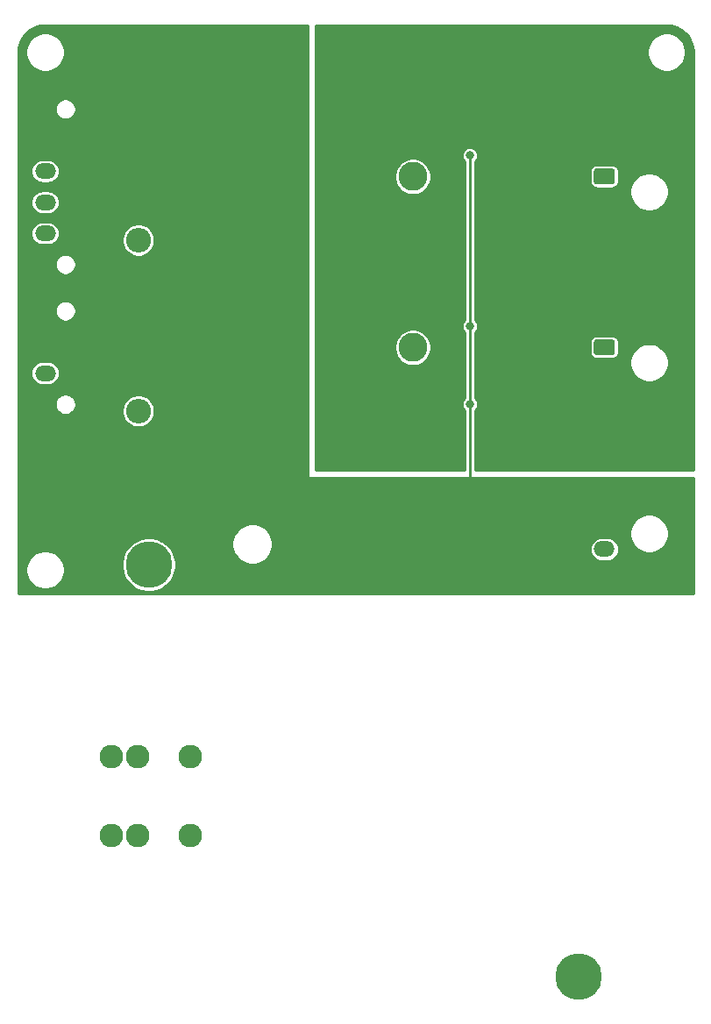
<source format=gbr>
G04 #@! TF.GenerationSoftware,KiCad,Pcbnew,(5.1.5)-3*
G04 #@! TF.CreationDate,2021-01-10T22:56:31-06:00*
G04 #@! TF.ProjectId,ContactorDriver,436f6e74-6163-4746-9f72-447269766572,rev?*
G04 #@! TF.SameCoordinates,Original*
G04 #@! TF.FileFunction,Copper,L2,Bot*
G04 #@! TF.FilePolarity,Positive*
%FSLAX46Y46*%
G04 Gerber Fmt 4.6, Leading zero omitted, Abs format (unit mm)*
G04 Created by KiCad (PCBNEW (5.1.5)-3) date 2021-01-10 22:56:31*
%MOMM*%
%LPD*%
G04 APERTURE LIST*
%ADD10O,2.400000X2.400000*%
%ADD11R,2.400000X2.400000*%
%ADD12C,0.100000*%
%ADD13O,2.020000X1.500000*%
%ADD14C,2.800000*%
%ADD15C,2.286000*%
%ADD16C,4.500880*%
%ADD17C,0.800000*%
%ADD18C,0.250000*%
%ADD19C,0.254000*%
G04 APERTURE END LIST*
D10*
X176000000Y-89160000D03*
D11*
X176000000Y-79000000D03*
X176000000Y-95500000D03*
D10*
X176000000Y-105660000D03*
G04 #@! TA.AperFunction,ComponentPad*
D12*
G36*
X221784504Y-115251204D02*
G01*
X221808773Y-115254804D01*
X221832571Y-115260765D01*
X221855671Y-115269030D01*
X221877849Y-115279520D01*
X221898893Y-115292133D01*
X221918598Y-115306747D01*
X221936777Y-115323223D01*
X221953253Y-115341402D01*
X221967867Y-115361107D01*
X221980480Y-115382151D01*
X221990970Y-115404329D01*
X221999235Y-115427429D01*
X222005196Y-115451227D01*
X222008796Y-115475496D01*
X222010000Y-115500000D01*
X222010000Y-116500000D01*
X222008796Y-116524504D01*
X222005196Y-116548773D01*
X221999235Y-116572571D01*
X221990970Y-116595671D01*
X221980480Y-116617849D01*
X221967867Y-116638893D01*
X221953253Y-116658598D01*
X221936777Y-116676777D01*
X221918598Y-116693253D01*
X221898893Y-116707867D01*
X221877849Y-116720480D01*
X221855671Y-116730970D01*
X221832571Y-116739235D01*
X221808773Y-116745196D01*
X221784504Y-116748796D01*
X221760000Y-116750000D01*
X220240000Y-116750000D01*
X220215496Y-116748796D01*
X220191227Y-116745196D01*
X220167429Y-116739235D01*
X220144329Y-116730970D01*
X220122151Y-116720480D01*
X220101107Y-116707867D01*
X220081402Y-116693253D01*
X220063223Y-116676777D01*
X220046747Y-116658598D01*
X220032133Y-116638893D01*
X220019520Y-116617849D01*
X220009030Y-116595671D01*
X220000765Y-116572571D01*
X219994804Y-116548773D01*
X219991204Y-116524504D01*
X219990000Y-116500000D01*
X219990000Y-115500000D01*
X219991204Y-115475496D01*
X219994804Y-115451227D01*
X220000765Y-115427429D01*
X220009030Y-115404329D01*
X220019520Y-115382151D01*
X220032133Y-115361107D01*
X220046747Y-115341402D01*
X220063223Y-115323223D01*
X220081402Y-115306747D01*
X220101107Y-115292133D01*
X220122151Y-115279520D01*
X220144329Y-115269030D01*
X220167429Y-115260765D01*
X220191227Y-115254804D01*
X220215496Y-115251204D01*
X220240000Y-115250000D01*
X221760000Y-115250000D01*
X221784504Y-115251204D01*
G37*
G04 #@! TD.AperFunction*
D13*
X221000000Y-119000000D03*
X221000000Y-86000000D03*
G04 #@! TA.AperFunction,ComponentPad*
D12*
G36*
X221784504Y-82251204D02*
G01*
X221808773Y-82254804D01*
X221832571Y-82260765D01*
X221855671Y-82269030D01*
X221877849Y-82279520D01*
X221898893Y-82292133D01*
X221918598Y-82306747D01*
X221936777Y-82323223D01*
X221953253Y-82341402D01*
X221967867Y-82361107D01*
X221980480Y-82382151D01*
X221990970Y-82404329D01*
X221999235Y-82427429D01*
X222005196Y-82451227D01*
X222008796Y-82475496D01*
X222010000Y-82500000D01*
X222010000Y-83500000D01*
X222008796Y-83524504D01*
X222005196Y-83548773D01*
X221999235Y-83572571D01*
X221990970Y-83595671D01*
X221980480Y-83617849D01*
X221967867Y-83638893D01*
X221953253Y-83658598D01*
X221936777Y-83676777D01*
X221918598Y-83693253D01*
X221898893Y-83707867D01*
X221877849Y-83720480D01*
X221855671Y-83730970D01*
X221832571Y-83739235D01*
X221808773Y-83745196D01*
X221784504Y-83748796D01*
X221760000Y-83750000D01*
X220240000Y-83750000D01*
X220215496Y-83748796D01*
X220191227Y-83745196D01*
X220167429Y-83739235D01*
X220144329Y-83730970D01*
X220122151Y-83720480D01*
X220101107Y-83707867D01*
X220081402Y-83693253D01*
X220063223Y-83676777D01*
X220046747Y-83658598D01*
X220032133Y-83638893D01*
X220019520Y-83617849D01*
X220009030Y-83595671D01*
X220000765Y-83572571D01*
X219994804Y-83548773D01*
X219991204Y-83524504D01*
X219990000Y-83500000D01*
X219990000Y-82500000D01*
X219991204Y-82475496D01*
X219994804Y-82451227D01*
X220000765Y-82427429D01*
X220009030Y-82404329D01*
X220019520Y-82382151D01*
X220032133Y-82361107D01*
X220046747Y-82341402D01*
X220063223Y-82323223D01*
X220081402Y-82306747D01*
X220101107Y-82292133D01*
X220122151Y-82279520D01*
X220144329Y-82269030D01*
X220167429Y-82260765D01*
X220191227Y-82254804D01*
X220215496Y-82251204D01*
X220240000Y-82250000D01*
X221760000Y-82250000D01*
X221784504Y-82251204D01*
G37*
G04 #@! TD.AperFunction*
G04 #@! TA.AperFunction,ComponentPad*
G36*
X167784504Y-78751204D02*
G01*
X167808773Y-78754804D01*
X167832571Y-78760765D01*
X167855671Y-78769030D01*
X167877849Y-78779520D01*
X167898893Y-78792133D01*
X167918598Y-78806747D01*
X167936777Y-78823223D01*
X167953253Y-78841402D01*
X167967867Y-78861107D01*
X167980480Y-78882151D01*
X167990970Y-78904329D01*
X167999235Y-78927429D01*
X168005196Y-78951227D01*
X168008796Y-78975496D01*
X168010000Y-79000000D01*
X168010000Y-80000000D01*
X168008796Y-80024504D01*
X168005196Y-80048773D01*
X167999235Y-80072571D01*
X167990970Y-80095671D01*
X167980480Y-80117849D01*
X167967867Y-80138893D01*
X167953253Y-80158598D01*
X167936777Y-80176777D01*
X167918598Y-80193253D01*
X167898893Y-80207867D01*
X167877849Y-80220480D01*
X167855671Y-80230970D01*
X167832571Y-80239235D01*
X167808773Y-80245196D01*
X167784504Y-80248796D01*
X167760000Y-80250000D01*
X166240000Y-80250000D01*
X166215496Y-80248796D01*
X166191227Y-80245196D01*
X166167429Y-80239235D01*
X166144329Y-80230970D01*
X166122151Y-80220480D01*
X166101107Y-80207867D01*
X166081402Y-80193253D01*
X166063223Y-80176777D01*
X166046747Y-80158598D01*
X166032133Y-80138893D01*
X166019520Y-80117849D01*
X166009030Y-80095671D01*
X166000765Y-80072571D01*
X165994804Y-80048773D01*
X165991204Y-80024504D01*
X165990000Y-80000000D01*
X165990000Y-79000000D01*
X165991204Y-78975496D01*
X165994804Y-78951227D01*
X166000765Y-78927429D01*
X166009030Y-78904329D01*
X166019520Y-78882151D01*
X166032133Y-78861107D01*
X166046747Y-78841402D01*
X166063223Y-78823223D01*
X166081402Y-78806747D01*
X166101107Y-78792133D01*
X166122151Y-78779520D01*
X166144329Y-78769030D01*
X166167429Y-78760765D01*
X166191227Y-78754804D01*
X166215496Y-78751204D01*
X166240000Y-78750000D01*
X167760000Y-78750000D01*
X167784504Y-78751204D01*
G37*
G04 #@! TD.AperFunction*
D13*
X167000000Y-82500000D03*
X167000000Y-85500000D03*
X167000000Y-88500000D03*
G04 #@! TA.AperFunction,ComponentPad*
D12*
G36*
X221784504Y-98751204D02*
G01*
X221808773Y-98754804D01*
X221832571Y-98760765D01*
X221855671Y-98769030D01*
X221877849Y-98779520D01*
X221898893Y-98792133D01*
X221918598Y-98806747D01*
X221936777Y-98823223D01*
X221953253Y-98841402D01*
X221967867Y-98861107D01*
X221980480Y-98882151D01*
X221990970Y-98904329D01*
X221999235Y-98927429D01*
X222005196Y-98951227D01*
X222008796Y-98975496D01*
X222010000Y-99000000D01*
X222010000Y-100000000D01*
X222008796Y-100024504D01*
X222005196Y-100048773D01*
X221999235Y-100072571D01*
X221990970Y-100095671D01*
X221980480Y-100117849D01*
X221967867Y-100138893D01*
X221953253Y-100158598D01*
X221936777Y-100176777D01*
X221918598Y-100193253D01*
X221898893Y-100207867D01*
X221877849Y-100220480D01*
X221855671Y-100230970D01*
X221832571Y-100239235D01*
X221808773Y-100245196D01*
X221784504Y-100248796D01*
X221760000Y-100250000D01*
X220240000Y-100250000D01*
X220215496Y-100248796D01*
X220191227Y-100245196D01*
X220167429Y-100239235D01*
X220144329Y-100230970D01*
X220122151Y-100220480D01*
X220101107Y-100207867D01*
X220081402Y-100193253D01*
X220063223Y-100176777D01*
X220046747Y-100158598D01*
X220032133Y-100138893D01*
X220019520Y-100117849D01*
X220009030Y-100095671D01*
X220000765Y-100072571D01*
X219994804Y-100048773D01*
X219991204Y-100024504D01*
X219990000Y-100000000D01*
X219990000Y-99000000D01*
X219991204Y-98975496D01*
X219994804Y-98951227D01*
X220000765Y-98927429D01*
X220009030Y-98904329D01*
X220019520Y-98882151D01*
X220032133Y-98861107D01*
X220046747Y-98841402D01*
X220063223Y-98823223D01*
X220081402Y-98806747D01*
X220101107Y-98792133D01*
X220122151Y-98779520D01*
X220144329Y-98769030D01*
X220167429Y-98760765D01*
X220191227Y-98754804D01*
X220215496Y-98751204D01*
X220240000Y-98750000D01*
X221760000Y-98750000D01*
X221784504Y-98751204D01*
G37*
G04 #@! TD.AperFunction*
D13*
X221000000Y-102500000D03*
G04 #@! TA.AperFunction,ComponentPad*
D12*
G36*
X167784504Y-98251204D02*
G01*
X167808773Y-98254804D01*
X167832571Y-98260765D01*
X167855671Y-98269030D01*
X167877849Y-98279520D01*
X167898893Y-98292133D01*
X167918598Y-98306747D01*
X167936777Y-98323223D01*
X167953253Y-98341402D01*
X167967867Y-98361107D01*
X167980480Y-98382151D01*
X167990970Y-98404329D01*
X167999235Y-98427429D01*
X168005196Y-98451227D01*
X168008796Y-98475496D01*
X168010000Y-98500000D01*
X168010000Y-99500000D01*
X168008796Y-99524504D01*
X168005196Y-99548773D01*
X167999235Y-99572571D01*
X167990970Y-99595671D01*
X167980480Y-99617849D01*
X167967867Y-99638893D01*
X167953253Y-99658598D01*
X167936777Y-99676777D01*
X167918598Y-99693253D01*
X167898893Y-99707867D01*
X167877849Y-99720480D01*
X167855671Y-99730970D01*
X167832571Y-99739235D01*
X167808773Y-99745196D01*
X167784504Y-99748796D01*
X167760000Y-99750000D01*
X166240000Y-99750000D01*
X166215496Y-99748796D01*
X166191227Y-99745196D01*
X166167429Y-99739235D01*
X166144329Y-99730970D01*
X166122151Y-99720480D01*
X166101107Y-99707867D01*
X166081402Y-99693253D01*
X166063223Y-99676777D01*
X166046747Y-99658598D01*
X166032133Y-99638893D01*
X166019520Y-99617849D01*
X166009030Y-99595671D01*
X166000765Y-99572571D01*
X165994804Y-99548773D01*
X165991204Y-99524504D01*
X165990000Y-99500000D01*
X165990000Y-98500000D01*
X165991204Y-98475496D01*
X165994804Y-98451227D01*
X166000765Y-98427429D01*
X166009030Y-98404329D01*
X166019520Y-98382151D01*
X166032133Y-98361107D01*
X166046747Y-98341402D01*
X166063223Y-98323223D01*
X166081402Y-98306747D01*
X166101107Y-98292133D01*
X166122151Y-98279520D01*
X166144329Y-98269030D01*
X166167429Y-98260765D01*
X166191227Y-98254804D01*
X166215496Y-98251204D01*
X166240000Y-98250000D01*
X167760000Y-98250000D01*
X167784504Y-98251204D01*
G37*
G04 #@! TD.AperFunction*
D13*
X167000000Y-102000000D03*
D14*
X202500000Y-83025000D03*
X183000000Y-73250000D03*
X202600000Y-73250000D03*
X202500000Y-99525000D03*
D15*
X181000000Y-139000000D03*
X181000000Y-146620000D03*
X175920000Y-139000000D03*
X173380000Y-139000000D03*
X175920000Y-146620000D03*
X173380000Y-146620000D03*
D16*
X177000000Y-120500000D03*
X218500000Y-160250000D03*
D17*
X208000000Y-105000000D03*
X208000000Y-97475000D03*
X208000000Y-80975000D03*
X208000000Y-114000000D03*
D18*
X208000000Y-105000000D02*
X208000000Y-97475000D01*
X208000000Y-97475000D02*
X208000000Y-80975000D01*
X208000000Y-105000000D02*
X208000000Y-114000000D01*
D19*
G36*
X227504242Y-68453369D02*
G01*
X227989286Y-68599812D01*
X228436642Y-68837674D01*
X228829282Y-69157904D01*
X229152241Y-69548294D01*
X229393222Y-69993980D01*
X229543048Y-70477987D01*
X229598000Y-71000820D01*
X229598001Y-71001114D01*
X229598001Y-111373000D01*
X208502000Y-111373000D01*
X208502000Y-105596845D01*
X208603536Y-105495309D01*
X208688569Y-105368048D01*
X208747141Y-105226643D01*
X208777000Y-105076528D01*
X208777000Y-104923472D01*
X208747141Y-104773357D01*
X208688569Y-104631952D01*
X208603536Y-104504691D01*
X208502000Y-104403155D01*
X208502000Y-100815132D01*
X223443000Y-100815132D01*
X223443000Y-101184868D01*
X223515132Y-101547501D01*
X223656624Y-101889093D01*
X223862039Y-102196518D01*
X224123482Y-102457961D01*
X224430907Y-102663376D01*
X224772499Y-102804868D01*
X225135132Y-102877000D01*
X225504868Y-102877000D01*
X225867501Y-102804868D01*
X226209093Y-102663376D01*
X226516518Y-102457961D01*
X226777961Y-102196518D01*
X226983376Y-101889093D01*
X227124868Y-101547501D01*
X227197000Y-101184868D01*
X227197000Y-100815132D01*
X227124868Y-100452499D01*
X226983376Y-100110907D01*
X226777961Y-99803482D01*
X226516518Y-99542039D01*
X226209093Y-99336624D01*
X225867501Y-99195132D01*
X225504868Y-99123000D01*
X225135132Y-99123000D01*
X224772499Y-99195132D01*
X224430907Y-99336624D01*
X224123482Y-99542039D01*
X223862039Y-99803482D01*
X223656624Y-100110907D01*
X223515132Y-100452499D01*
X223443000Y-100815132D01*
X208502000Y-100815132D01*
X208502000Y-99000000D01*
X219611176Y-99000000D01*
X219611176Y-100000000D01*
X219623259Y-100122677D01*
X219659042Y-100240641D01*
X219717152Y-100349356D01*
X219795354Y-100444646D01*
X219890644Y-100522848D01*
X219999359Y-100580958D01*
X220117323Y-100616741D01*
X220240000Y-100628824D01*
X221760000Y-100628824D01*
X221882677Y-100616741D01*
X222000641Y-100580958D01*
X222109356Y-100522848D01*
X222204646Y-100444646D01*
X222282848Y-100349356D01*
X222340958Y-100240641D01*
X222376741Y-100122677D01*
X222388824Y-100000000D01*
X222388824Y-99000000D01*
X222376741Y-98877323D01*
X222340958Y-98759359D01*
X222282848Y-98650644D01*
X222204646Y-98555354D01*
X222109356Y-98477152D01*
X222000641Y-98419042D01*
X221882677Y-98383259D01*
X221760000Y-98371176D01*
X220240000Y-98371176D01*
X220117323Y-98383259D01*
X219999359Y-98419042D01*
X219890644Y-98477152D01*
X219795354Y-98555354D01*
X219717152Y-98650644D01*
X219659042Y-98759359D01*
X219623259Y-98877323D01*
X219611176Y-99000000D01*
X208502000Y-99000000D01*
X208502000Y-98071845D01*
X208603536Y-97970309D01*
X208688569Y-97843048D01*
X208747141Y-97701643D01*
X208777000Y-97551528D01*
X208777000Y-97398472D01*
X208747141Y-97248357D01*
X208688569Y-97106952D01*
X208603536Y-96979691D01*
X208502000Y-96878155D01*
X208502000Y-84315132D01*
X223443000Y-84315132D01*
X223443000Y-84684868D01*
X223515132Y-85047501D01*
X223656624Y-85389093D01*
X223862039Y-85696518D01*
X224123482Y-85957961D01*
X224430907Y-86163376D01*
X224772499Y-86304868D01*
X225135132Y-86377000D01*
X225504868Y-86377000D01*
X225867501Y-86304868D01*
X226209093Y-86163376D01*
X226516518Y-85957961D01*
X226777961Y-85696518D01*
X226983376Y-85389093D01*
X227124868Y-85047501D01*
X227197000Y-84684868D01*
X227197000Y-84315132D01*
X227124868Y-83952499D01*
X226983376Y-83610907D01*
X226777961Y-83303482D01*
X226516518Y-83042039D01*
X226209093Y-82836624D01*
X225867501Y-82695132D01*
X225504868Y-82623000D01*
X225135132Y-82623000D01*
X224772499Y-82695132D01*
X224430907Y-82836624D01*
X224123482Y-83042039D01*
X223862039Y-83303482D01*
X223656624Y-83610907D01*
X223515132Y-83952499D01*
X223443000Y-84315132D01*
X208502000Y-84315132D01*
X208502000Y-82500000D01*
X219611176Y-82500000D01*
X219611176Y-83500000D01*
X219623259Y-83622677D01*
X219659042Y-83740641D01*
X219717152Y-83849356D01*
X219795354Y-83944646D01*
X219890644Y-84022848D01*
X219999359Y-84080958D01*
X220117323Y-84116741D01*
X220240000Y-84128824D01*
X221760000Y-84128824D01*
X221882677Y-84116741D01*
X222000641Y-84080958D01*
X222109356Y-84022848D01*
X222204646Y-83944646D01*
X222282848Y-83849356D01*
X222340958Y-83740641D01*
X222376741Y-83622677D01*
X222388824Y-83500000D01*
X222388824Y-82500000D01*
X222376741Y-82377323D01*
X222340958Y-82259359D01*
X222282848Y-82150644D01*
X222204646Y-82055354D01*
X222109356Y-81977152D01*
X222000641Y-81919042D01*
X221882677Y-81883259D01*
X221760000Y-81871176D01*
X220240000Y-81871176D01*
X220117323Y-81883259D01*
X219999359Y-81919042D01*
X219890644Y-81977152D01*
X219795354Y-82055354D01*
X219717152Y-82150644D01*
X219659042Y-82259359D01*
X219623259Y-82377323D01*
X219611176Y-82500000D01*
X208502000Y-82500000D01*
X208502000Y-81571845D01*
X208603536Y-81470309D01*
X208688569Y-81343048D01*
X208747141Y-81201643D01*
X208777000Y-81051528D01*
X208777000Y-80898472D01*
X208747141Y-80748357D01*
X208688569Y-80606952D01*
X208603536Y-80479691D01*
X208495309Y-80371464D01*
X208368048Y-80286431D01*
X208226643Y-80227859D01*
X208076528Y-80198000D01*
X207923472Y-80198000D01*
X207773357Y-80227859D01*
X207631952Y-80286431D01*
X207504691Y-80371464D01*
X207396464Y-80479691D01*
X207311431Y-80606952D01*
X207252859Y-80748357D01*
X207223000Y-80898472D01*
X207223000Y-81051528D01*
X207252859Y-81201643D01*
X207311431Y-81343048D01*
X207396464Y-81470309D01*
X207498001Y-81571846D01*
X207498000Y-96878155D01*
X207396464Y-96979691D01*
X207311431Y-97106952D01*
X207252859Y-97248357D01*
X207223000Y-97398472D01*
X207223000Y-97551528D01*
X207252859Y-97701643D01*
X207311431Y-97843048D01*
X207396464Y-97970309D01*
X207498001Y-98071846D01*
X207498000Y-104403155D01*
X207396464Y-104504691D01*
X207311431Y-104631952D01*
X207252859Y-104773357D01*
X207223000Y-104923472D01*
X207223000Y-105076528D01*
X207252859Y-105226643D01*
X207311431Y-105368048D01*
X207396464Y-105495309D01*
X207498000Y-105596845D01*
X207498001Y-111373000D01*
X193127000Y-111373000D01*
X193127000Y-99349981D01*
X200723000Y-99349981D01*
X200723000Y-99700019D01*
X200791289Y-100043332D01*
X200925243Y-100366725D01*
X201119714Y-100657771D01*
X201367229Y-100905286D01*
X201658275Y-101099757D01*
X201981668Y-101233711D01*
X202324981Y-101302000D01*
X202675019Y-101302000D01*
X203018332Y-101233711D01*
X203341725Y-101099757D01*
X203632771Y-100905286D01*
X203880286Y-100657771D01*
X204074757Y-100366725D01*
X204208711Y-100043332D01*
X204277000Y-99700019D01*
X204277000Y-99349981D01*
X204208711Y-99006668D01*
X204074757Y-98683275D01*
X203880286Y-98392229D01*
X203632771Y-98144714D01*
X203341725Y-97950243D01*
X203018332Y-97816289D01*
X202675019Y-97748000D01*
X202324981Y-97748000D01*
X201981668Y-97816289D01*
X201658275Y-97950243D01*
X201367229Y-98144714D01*
X201119714Y-98392229D01*
X200925243Y-98683275D01*
X200791289Y-99006668D01*
X200723000Y-99349981D01*
X193127000Y-99349981D01*
X193127000Y-82849981D01*
X200723000Y-82849981D01*
X200723000Y-83200019D01*
X200791289Y-83543332D01*
X200925243Y-83866725D01*
X201119714Y-84157771D01*
X201367229Y-84405286D01*
X201658275Y-84599757D01*
X201981668Y-84733711D01*
X202324981Y-84802000D01*
X202675019Y-84802000D01*
X203018332Y-84733711D01*
X203341725Y-84599757D01*
X203632771Y-84405286D01*
X203880286Y-84157771D01*
X204074757Y-83866725D01*
X204208711Y-83543332D01*
X204277000Y-83200019D01*
X204277000Y-82849981D01*
X204208711Y-82506668D01*
X204074757Y-82183275D01*
X203880286Y-81892229D01*
X203632771Y-81644714D01*
X203341725Y-81450243D01*
X203018332Y-81316289D01*
X202675019Y-81248000D01*
X202324981Y-81248000D01*
X201981668Y-81316289D01*
X201658275Y-81450243D01*
X201367229Y-81644714D01*
X201119714Y-81892229D01*
X200925243Y-82183275D01*
X200791289Y-82506668D01*
X200723000Y-82849981D01*
X193127000Y-82849981D01*
X193127000Y-70815132D01*
X225123000Y-70815132D01*
X225123000Y-71184868D01*
X225195132Y-71547501D01*
X225336624Y-71889093D01*
X225542039Y-72196518D01*
X225803482Y-72457961D01*
X226110907Y-72663376D01*
X226452499Y-72804868D01*
X226815132Y-72877000D01*
X227184868Y-72877000D01*
X227547501Y-72804868D01*
X227889093Y-72663376D01*
X228196518Y-72457961D01*
X228457961Y-72196518D01*
X228663376Y-71889093D01*
X228804868Y-71547501D01*
X228877000Y-71184868D01*
X228877000Y-70815132D01*
X228804868Y-70452499D01*
X228663376Y-70110907D01*
X228457961Y-69803482D01*
X228196518Y-69542039D01*
X227889093Y-69336624D01*
X227547501Y-69195132D01*
X227184868Y-69123000D01*
X226815132Y-69123000D01*
X226452499Y-69195132D01*
X226110907Y-69336624D01*
X225803482Y-69542039D01*
X225542039Y-69803482D01*
X225336624Y-70110907D01*
X225195132Y-70452499D01*
X225123000Y-70815132D01*
X193127000Y-70815132D01*
X193127000Y-68402000D01*
X226980342Y-68402000D01*
X227504242Y-68453369D01*
G37*
X227504242Y-68453369D02*
X227989286Y-68599812D01*
X228436642Y-68837674D01*
X228829282Y-69157904D01*
X229152241Y-69548294D01*
X229393222Y-69993980D01*
X229543048Y-70477987D01*
X229598000Y-71000820D01*
X229598001Y-71001114D01*
X229598001Y-111373000D01*
X208502000Y-111373000D01*
X208502000Y-105596845D01*
X208603536Y-105495309D01*
X208688569Y-105368048D01*
X208747141Y-105226643D01*
X208777000Y-105076528D01*
X208777000Y-104923472D01*
X208747141Y-104773357D01*
X208688569Y-104631952D01*
X208603536Y-104504691D01*
X208502000Y-104403155D01*
X208502000Y-100815132D01*
X223443000Y-100815132D01*
X223443000Y-101184868D01*
X223515132Y-101547501D01*
X223656624Y-101889093D01*
X223862039Y-102196518D01*
X224123482Y-102457961D01*
X224430907Y-102663376D01*
X224772499Y-102804868D01*
X225135132Y-102877000D01*
X225504868Y-102877000D01*
X225867501Y-102804868D01*
X226209093Y-102663376D01*
X226516518Y-102457961D01*
X226777961Y-102196518D01*
X226983376Y-101889093D01*
X227124868Y-101547501D01*
X227197000Y-101184868D01*
X227197000Y-100815132D01*
X227124868Y-100452499D01*
X226983376Y-100110907D01*
X226777961Y-99803482D01*
X226516518Y-99542039D01*
X226209093Y-99336624D01*
X225867501Y-99195132D01*
X225504868Y-99123000D01*
X225135132Y-99123000D01*
X224772499Y-99195132D01*
X224430907Y-99336624D01*
X224123482Y-99542039D01*
X223862039Y-99803482D01*
X223656624Y-100110907D01*
X223515132Y-100452499D01*
X223443000Y-100815132D01*
X208502000Y-100815132D01*
X208502000Y-99000000D01*
X219611176Y-99000000D01*
X219611176Y-100000000D01*
X219623259Y-100122677D01*
X219659042Y-100240641D01*
X219717152Y-100349356D01*
X219795354Y-100444646D01*
X219890644Y-100522848D01*
X219999359Y-100580958D01*
X220117323Y-100616741D01*
X220240000Y-100628824D01*
X221760000Y-100628824D01*
X221882677Y-100616741D01*
X222000641Y-100580958D01*
X222109356Y-100522848D01*
X222204646Y-100444646D01*
X222282848Y-100349356D01*
X222340958Y-100240641D01*
X222376741Y-100122677D01*
X222388824Y-100000000D01*
X222388824Y-99000000D01*
X222376741Y-98877323D01*
X222340958Y-98759359D01*
X222282848Y-98650644D01*
X222204646Y-98555354D01*
X222109356Y-98477152D01*
X222000641Y-98419042D01*
X221882677Y-98383259D01*
X221760000Y-98371176D01*
X220240000Y-98371176D01*
X220117323Y-98383259D01*
X219999359Y-98419042D01*
X219890644Y-98477152D01*
X219795354Y-98555354D01*
X219717152Y-98650644D01*
X219659042Y-98759359D01*
X219623259Y-98877323D01*
X219611176Y-99000000D01*
X208502000Y-99000000D01*
X208502000Y-98071845D01*
X208603536Y-97970309D01*
X208688569Y-97843048D01*
X208747141Y-97701643D01*
X208777000Y-97551528D01*
X208777000Y-97398472D01*
X208747141Y-97248357D01*
X208688569Y-97106952D01*
X208603536Y-96979691D01*
X208502000Y-96878155D01*
X208502000Y-84315132D01*
X223443000Y-84315132D01*
X223443000Y-84684868D01*
X223515132Y-85047501D01*
X223656624Y-85389093D01*
X223862039Y-85696518D01*
X224123482Y-85957961D01*
X224430907Y-86163376D01*
X224772499Y-86304868D01*
X225135132Y-86377000D01*
X225504868Y-86377000D01*
X225867501Y-86304868D01*
X226209093Y-86163376D01*
X226516518Y-85957961D01*
X226777961Y-85696518D01*
X226983376Y-85389093D01*
X227124868Y-85047501D01*
X227197000Y-84684868D01*
X227197000Y-84315132D01*
X227124868Y-83952499D01*
X226983376Y-83610907D01*
X226777961Y-83303482D01*
X226516518Y-83042039D01*
X226209093Y-82836624D01*
X225867501Y-82695132D01*
X225504868Y-82623000D01*
X225135132Y-82623000D01*
X224772499Y-82695132D01*
X224430907Y-82836624D01*
X224123482Y-83042039D01*
X223862039Y-83303482D01*
X223656624Y-83610907D01*
X223515132Y-83952499D01*
X223443000Y-84315132D01*
X208502000Y-84315132D01*
X208502000Y-82500000D01*
X219611176Y-82500000D01*
X219611176Y-83500000D01*
X219623259Y-83622677D01*
X219659042Y-83740641D01*
X219717152Y-83849356D01*
X219795354Y-83944646D01*
X219890644Y-84022848D01*
X219999359Y-84080958D01*
X220117323Y-84116741D01*
X220240000Y-84128824D01*
X221760000Y-84128824D01*
X221882677Y-84116741D01*
X222000641Y-84080958D01*
X222109356Y-84022848D01*
X222204646Y-83944646D01*
X222282848Y-83849356D01*
X222340958Y-83740641D01*
X222376741Y-83622677D01*
X222388824Y-83500000D01*
X222388824Y-82500000D01*
X222376741Y-82377323D01*
X222340958Y-82259359D01*
X222282848Y-82150644D01*
X222204646Y-82055354D01*
X222109356Y-81977152D01*
X222000641Y-81919042D01*
X221882677Y-81883259D01*
X221760000Y-81871176D01*
X220240000Y-81871176D01*
X220117323Y-81883259D01*
X219999359Y-81919042D01*
X219890644Y-81977152D01*
X219795354Y-82055354D01*
X219717152Y-82150644D01*
X219659042Y-82259359D01*
X219623259Y-82377323D01*
X219611176Y-82500000D01*
X208502000Y-82500000D01*
X208502000Y-81571845D01*
X208603536Y-81470309D01*
X208688569Y-81343048D01*
X208747141Y-81201643D01*
X208777000Y-81051528D01*
X208777000Y-80898472D01*
X208747141Y-80748357D01*
X208688569Y-80606952D01*
X208603536Y-80479691D01*
X208495309Y-80371464D01*
X208368048Y-80286431D01*
X208226643Y-80227859D01*
X208076528Y-80198000D01*
X207923472Y-80198000D01*
X207773357Y-80227859D01*
X207631952Y-80286431D01*
X207504691Y-80371464D01*
X207396464Y-80479691D01*
X207311431Y-80606952D01*
X207252859Y-80748357D01*
X207223000Y-80898472D01*
X207223000Y-81051528D01*
X207252859Y-81201643D01*
X207311431Y-81343048D01*
X207396464Y-81470309D01*
X207498001Y-81571846D01*
X207498000Y-96878155D01*
X207396464Y-96979691D01*
X207311431Y-97106952D01*
X207252859Y-97248357D01*
X207223000Y-97398472D01*
X207223000Y-97551528D01*
X207252859Y-97701643D01*
X207311431Y-97843048D01*
X207396464Y-97970309D01*
X207498001Y-98071846D01*
X207498000Y-104403155D01*
X207396464Y-104504691D01*
X207311431Y-104631952D01*
X207252859Y-104773357D01*
X207223000Y-104923472D01*
X207223000Y-105076528D01*
X207252859Y-105226643D01*
X207311431Y-105368048D01*
X207396464Y-105495309D01*
X207498000Y-105596845D01*
X207498001Y-111373000D01*
X193127000Y-111373000D01*
X193127000Y-99349981D01*
X200723000Y-99349981D01*
X200723000Y-99700019D01*
X200791289Y-100043332D01*
X200925243Y-100366725D01*
X201119714Y-100657771D01*
X201367229Y-100905286D01*
X201658275Y-101099757D01*
X201981668Y-101233711D01*
X202324981Y-101302000D01*
X202675019Y-101302000D01*
X203018332Y-101233711D01*
X203341725Y-101099757D01*
X203632771Y-100905286D01*
X203880286Y-100657771D01*
X204074757Y-100366725D01*
X204208711Y-100043332D01*
X204277000Y-99700019D01*
X204277000Y-99349981D01*
X204208711Y-99006668D01*
X204074757Y-98683275D01*
X203880286Y-98392229D01*
X203632771Y-98144714D01*
X203341725Y-97950243D01*
X203018332Y-97816289D01*
X202675019Y-97748000D01*
X202324981Y-97748000D01*
X201981668Y-97816289D01*
X201658275Y-97950243D01*
X201367229Y-98144714D01*
X201119714Y-98392229D01*
X200925243Y-98683275D01*
X200791289Y-99006668D01*
X200723000Y-99349981D01*
X193127000Y-99349981D01*
X193127000Y-82849981D01*
X200723000Y-82849981D01*
X200723000Y-83200019D01*
X200791289Y-83543332D01*
X200925243Y-83866725D01*
X201119714Y-84157771D01*
X201367229Y-84405286D01*
X201658275Y-84599757D01*
X201981668Y-84733711D01*
X202324981Y-84802000D01*
X202675019Y-84802000D01*
X203018332Y-84733711D01*
X203341725Y-84599757D01*
X203632771Y-84405286D01*
X203880286Y-84157771D01*
X204074757Y-83866725D01*
X204208711Y-83543332D01*
X204277000Y-83200019D01*
X204277000Y-82849981D01*
X204208711Y-82506668D01*
X204074757Y-82183275D01*
X203880286Y-81892229D01*
X203632771Y-81644714D01*
X203341725Y-81450243D01*
X203018332Y-81316289D01*
X202675019Y-81248000D01*
X202324981Y-81248000D01*
X201981668Y-81316289D01*
X201658275Y-81450243D01*
X201367229Y-81644714D01*
X201119714Y-81892229D01*
X200925243Y-82183275D01*
X200791289Y-82506668D01*
X200723000Y-82849981D01*
X193127000Y-82849981D01*
X193127000Y-70815132D01*
X225123000Y-70815132D01*
X225123000Y-71184868D01*
X225195132Y-71547501D01*
X225336624Y-71889093D01*
X225542039Y-72196518D01*
X225803482Y-72457961D01*
X226110907Y-72663376D01*
X226452499Y-72804868D01*
X226815132Y-72877000D01*
X227184868Y-72877000D01*
X227547501Y-72804868D01*
X227889093Y-72663376D01*
X228196518Y-72457961D01*
X228457961Y-72196518D01*
X228663376Y-71889093D01*
X228804868Y-71547501D01*
X228877000Y-71184868D01*
X228877000Y-70815132D01*
X228804868Y-70452499D01*
X228663376Y-70110907D01*
X228457961Y-69803482D01*
X228196518Y-69542039D01*
X227889093Y-69336624D01*
X227547501Y-69195132D01*
X227184868Y-69123000D01*
X226815132Y-69123000D01*
X226452499Y-69195132D01*
X226110907Y-69336624D01*
X225803482Y-69542039D01*
X225542039Y-69803482D01*
X225336624Y-70110907D01*
X225195132Y-70452499D01*
X225123000Y-70815132D01*
X193127000Y-70815132D01*
X193127000Y-68402000D01*
X226980342Y-68402000D01*
X227504242Y-68453369D01*
G36*
X192373000Y-112000000D02*
G01*
X192375440Y-112024776D01*
X192382667Y-112048601D01*
X192394403Y-112070557D01*
X192410197Y-112089803D01*
X192429443Y-112105597D01*
X192451399Y-112117333D01*
X192475224Y-112124560D01*
X192500000Y-112127000D01*
X229598001Y-112127000D01*
X229598000Y-123273000D01*
X164402000Y-123273000D01*
X164402000Y-120815132D01*
X165123000Y-120815132D01*
X165123000Y-121184868D01*
X165195132Y-121547501D01*
X165336624Y-121889093D01*
X165542039Y-122196518D01*
X165803482Y-122457961D01*
X166110907Y-122663376D01*
X166452499Y-122804868D01*
X166815132Y-122877000D01*
X167184868Y-122877000D01*
X167547501Y-122804868D01*
X167889093Y-122663376D01*
X168196518Y-122457961D01*
X168457961Y-122196518D01*
X168663376Y-121889093D01*
X168804868Y-121547501D01*
X168877000Y-121184868D01*
X168877000Y-120815132D01*
X168804868Y-120452499D01*
X168717354Y-120241220D01*
X174372560Y-120241220D01*
X174372560Y-120758780D01*
X174473531Y-121266396D01*
X174671593Y-121744560D01*
X174959134Y-122174895D01*
X175325105Y-122540866D01*
X175755440Y-122828407D01*
X176233604Y-123026469D01*
X176741220Y-123127440D01*
X177258780Y-123127440D01*
X177766396Y-123026469D01*
X178244560Y-122828407D01*
X178674895Y-122540866D01*
X179040866Y-122174895D01*
X179328407Y-121744560D01*
X179526469Y-121266396D01*
X179627440Y-120758780D01*
X179627440Y-120241220D01*
X179526469Y-119733604D01*
X179328407Y-119255440D01*
X179040866Y-118825105D01*
X178674895Y-118459134D01*
X178444640Y-118305282D01*
X185023000Y-118305282D01*
X185023000Y-118694718D01*
X185098975Y-119076670D01*
X185248005Y-119436461D01*
X185464364Y-119760264D01*
X185739736Y-120035636D01*
X186063539Y-120251995D01*
X186423330Y-120401025D01*
X186805282Y-120477000D01*
X187194718Y-120477000D01*
X187576670Y-120401025D01*
X187936461Y-120251995D01*
X188260264Y-120035636D01*
X188535636Y-119760264D01*
X188751995Y-119436461D01*
X188901025Y-119076670D01*
X188916275Y-119000000D01*
X219607547Y-119000000D01*
X219629307Y-119220931D01*
X219693750Y-119433371D01*
X219798400Y-119629157D01*
X219939235Y-119800765D01*
X220110843Y-119941600D01*
X220306629Y-120046250D01*
X220519069Y-120110693D01*
X220684635Y-120127000D01*
X221315365Y-120127000D01*
X221480931Y-120110693D01*
X221693371Y-120046250D01*
X221889157Y-119941600D01*
X222060765Y-119800765D01*
X222201600Y-119629157D01*
X222306250Y-119433371D01*
X222370693Y-119220931D01*
X222392453Y-119000000D01*
X222370693Y-118779069D01*
X222306250Y-118566629D01*
X222201600Y-118370843D01*
X222060765Y-118199235D01*
X221889157Y-118058400D01*
X221693371Y-117953750D01*
X221480931Y-117889307D01*
X221315365Y-117873000D01*
X220684635Y-117873000D01*
X220519069Y-117889307D01*
X220306629Y-117953750D01*
X220110843Y-118058400D01*
X219939235Y-118199235D01*
X219798400Y-118370843D01*
X219693750Y-118566629D01*
X219629307Y-118779069D01*
X219607547Y-119000000D01*
X188916275Y-119000000D01*
X188977000Y-118694718D01*
X188977000Y-118305282D01*
X188901025Y-117923330D01*
X188751995Y-117563539D01*
X188586015Y-117315132D01*
X223443000Y-117315132D01*
X223443000Y-117684868D01*
X223515132Y-118047501D01*
X223656624Y-118389093D01*
X223862039Y-118696518D01*
X224123482Y-118957961D01*
X224430907Y-119163376D01*
X224772499Y-119304868D01*
X225135132Y-119377000D01*
X225504868Y-119377000D01*
X225867501Y-119304868D01*
X226209093Y-119163376D01*
X226516518Y-118957961D01*
X226777961Y-118696518D01*
X226983376Y-118389093D01*
X227124868Y-118047501D01*
X227197000Y-117684868D01*
X227197000Y-117315132D01*
X227124868Y-116952499D01*
X226983376Y-116610907D01*
X226777961Y-116303482D01*
X226516518Y-116042039D01*
X226209093Y-115836624D01*
X225867501Y-115695132D01*
X225504868Y-115623000D01*
X225135132Y-115623000D01*
X224772499Y-115695132D01*
X224430907Y-115836624D01*
X224123482Y-116042039D01*
X223862039Y-116303482D01*
X223656624Y-116610907D01*
X223515132Y-116952499D01*
X223443000Y-117315132D01*
X188586015Y-117315132D01*
X188535636Y-117239736D01*
X188260264Y-116964364D01*
X187936461Y-116748005D01*
X187576670Y-116598975D01*
X187194718Y-116523000D01*
X186805282Y-116523000D01*
X186423330Y-116598975D01*
X186063539Y-116748005D01*
X185739736Y-116964364D01*
X185464364Y-117239736D01*
X185248005Y-117563539D01*
X185098975Y-117923330D01*
X185023000Y-118305282D01*
X178444640Y-118305282D01*
X178244560Y-118171593D01*
X177766396Y-117973531D01*
X177258780Y-117872560D01*
X176741220Y-117872560D01*
X176233604Y-117973531D01*
X175755440Y-118171593D01*
X175325105Y-118459134D01*
X174959134Y-118825105D01*
X174671593Y-119255440D01*
X174473531Y-119733604D01*
X174372560Y-120241220D01*
X168717354Y-120241220D01*
X168663376Y-120110907D01*
X168457961Y-119803482D01*
X168196518Y-119542039D01*
X167889093Y-119336624D01*
X167547501Y-119195132D01*
X167184868Y-119123000D01*
X166815132Y-119123000D01*
X166452499Y-119195132D01*
X166110907Y-119336624D01*
X165803482Y-119542039D01*
X165542039Y-119803482D01*
X165336624Y-120110907D01*
X165195132Y-120452499D01*
X165123000Y-120815132D01*
X164402000Y-120815132D01*
X164402000Y-104900327D01*
X167948000Y-104900327D01*
X167948000Y-105099673D01*
X167986890Y-105295190D01*
X168063177Y-105479362D01*
X168173928Y-105645113D01*
X168314887Y-105786072D01*
X168480638Y-105896823D01*
X168664810Y-105973110D01*
X168860327Y-106012000D01*
X169059673Y-106012000D01*
X169255190Y-105973110D01*
X169439362Y-105896823D01*
X169605113Y-105786072D01*
X169746072Y-105645113D01*
X169839906Y-105504679D01*
X174423000Y-105504679D01*
X174423000Y-105815321D01*
X174483604Y-106119994D01*
X174602481Y-106406989D01*
X174775064Y-106665279D01*
X174994721Y-106884936D01*
X175253011Y-107057519D01*
X175540006Y-107176396D01*
X175844679Y-107237000D01*
X176155321Y-107237000D01*
X176459994Y-107176396D01*
X176746989Y-107057519D01*
X177005279Y-106884936D01*
X177224936Y-106665279D01*
X177397519Y-106406989D01*
X177516396Y-106119994D01*
X177577000Y-105815321D01*
X177577000Y-105504679D01*
X177516396Y-105200006D01*
X177397519Y-104913011D01*
X177224936Y-104654721D01*
X177005279Y-104435064D01*
X176746989Y-104262481D01*
X176459994Y-104143604D01*
X176155321Y-104083000D01*
X175844679Y-104083000D01*
X175540006Y-104143604D01*
X175253011Y-104262481D01*
X174994721Y-104435064D01*
X174775064Y-104654721D01*
X174602481Y-104913011D01*
X174483604Y-105200006D01*
X174423000Y-105504679D01*
X169839906Y-105504679D01*
X169856823Y-105479362D01*
X169933110Y-105295190D01*
X169972000Y-105099673D01*
X169972000Y-104900327D01*
X169933110Y-104704810D01*
X169856823Y-104520638D01*
X169746072Y-104354887D01*
X169605113Y-104213928D01*
X169439362Y-104103177D01*
X169255190Y-104026890D01*
X169059673Y-103988000D01*
X168860327Y-103988000D01*
X168664810Y-104026890D01*
X168480638Y-104103177D01*
X168314887Y-104213928D01*
X168173928Y-104354887D01*
X168063177Y-104520638D01*
X167986890Y-104704810D01*
X167948000Y-104900327D01*
X164402000Y-104900327D01*
X164402000Y-102000000D01*
X165607547Y-102000000D01*
X165629307Y-102220931D01*
X165693750Y-102433371D01*
X165798400Y-102629157D01*
X165939235Y-102800765D01*
X166110843Y-102941600D01*
X166306629Y-103046250D01*
X166519069Y-103110693D01*
X166684635Y-103127000D01*
X167315365Y-103127000D01*
X167480931Y-103110693D01*
X167693371Y-103046250D01*
X167889157Y-102941600D01*
X168060765Y-102800765D01*
X168201600Y-102629157D01*
X168306250Y-102433371D01*
X168370693Y-102220931D01*
X168392453Y-102000000D01*
X168370693Y-101779069D01*
X168306250Y-101566629D01*
X168201600Y-101370843D01*
X168060765Y-101199235D01*
X167889157Y-101058400D01*
X167693371Y-100953750D01*
X167480931Y-100889307D01*
X167315365Y-100873000D01*
X166684635Y-100873000D01*
X166519069Y-100889307D01*
X166306629Y-100953750D01*
X166110843Y-101058400D01*
X165939235Y-101199235D01*
X165798400Y-101370843D01*
X165693750Y-101566629D01*
X165629307Y-101779069D01*
X165607547Y-102000000D01*
X164402000Y-102000000D01*
X164402000Y-95900327D01*
X167948000Y-95900327D01*
X167948000Y-96099673D01*
X167986890Y-96295190D01*
X168063177Y-96479362D01*
X168173928Y-96645113D01*
X168314887Y-96786072D01*
X168480638Y-96896823D01*
X168664810Y-96973110D01*
X168860327Y-97012000D01*
X169059673Y-97012000D01*
X169255190Y-96973110D01*
X169439362Y-96896823D01*
X169605113Y-96786072D01*
X169746072Y-96645113D01*
X169856823Y-96479362D01*
X169933110Y-96295190D01*
X169972000Y-96099673D01*
X169972000Y-95900327D01*
X169933110Y-95704810D01*
X169856823Y-95520638D01*
X169746072Y-95354887D01*
X169605113Y-95213928D01*
X169439362Y-95103177D01*
X169255190Y-95026890D01*
X169059673Y-94988000D01*
X168860327Y-94988000D01*
X168664810Y-95026890D01*
X168480638Y-95103177D01*
X168314887Y-95213928D01*
X168173928Y-95354887D01*
X168063177Y-95520638D01*
X167986890Y-95704810D01*
X167948000Y-95900327D01*
X164402000Y-95900327D01*
X164402000Y-91400327D01*
X167948000Y-91400327D01*
X167948000Y-91599673D01*
X167986890Y-91795190D01*
X168063177Y-91979362D01*
X168173928Y-92145113D01*
X168314887Y-92286072D01*
X168480638Y-92396823D01*
X168664810Y-92473110D01*
X168860327Y-92512000D01*
X169059673Y-92512000D01*
X169255190Y-92473110D01*
X169439362Y-92396823D01*
X169605113Y-92286072D01*
X169746072Y-92145113D01*
X169856823Y-91979362D01*
X169933110Y-91795190D01*
X169972000Y-91599673D01*
X169972000Y-91400327D01*
X169933110Y-91204810D01*
X169856823Y-91020638D01*
X169746072Y-90854887D01*
X169605113Y-90713928D01*
X169439362Y-90603177D01*
X169255190Y-90526890D01*
X169059673Y-90488000D01*
X168860327Y-90488000D01*
X168664810Y-90526890D01*
X168480638Y-90603177D01*
X168314887Y-90713928D01*
X168173928Y-90854887D01*
X168063177Y-91020638D01*
X167986890Y-91204810D01*
X167948000Y-91400327D01*
X164402000Y-91400327D01*
X164402000Y-88500000D01*
X165607547Y-88500000D01*
X165629307Y-88720931D01*
X165693750Y-88933371D01*
X165798400Y-89129157D01*
X165939235Y-89300765D01*
X166110843Y-89441600D01*
X166306629Y-89546250D01*
X166519069Y-89610693D01*
X166684635Y-89627000D01*
X167315365Y-89627000D01*
X167480931Y-89610693D01*
X167693371Y-89546250D01*
X167889157Y-89441600D01*
X168060765Y-89300765D01*
X168201600Y-89129157D01*
X168268135Y-89004679D01*
X174423000Y-89004679D01*
X174423000Y-89315321D01*
X174483604Y-89619994D01*
X174602481Y-89906989D01*
X174775064Y-90165279D01*
X174994721Y-90384936D01*
X175253011Y-90557519D01*
X175540006Y-90676396D01*
X175844679Y-90737000D01*
X176155321Y-90737000D01*
X176459994Y-90676396D01*
X176746989Y-90557519D01*
X177005279Y-90384936D01*
X177224936Y-90165279D01*
X177397519Y-89906989D01*
X177516396Y-89619994D01*
X177577000Y-89315321D01*
X177577000Y-89004679D01*
X177516396Y-88700006D01*
X177397519Y-88413011D01*
X177224936Y-88154721D01*
X177005279Y-87935064D01*
X176746989Y-87762481D01*
X176459994Y-87643604D01*
X176155321Y-87583000D01*
X175844679Y-87583000D01*
X175540006Y-87643604D01*
X175253011Y-87762481D01*
X174994721Y-87935064D01*
X174775064Y-88154721D01*
X174602481Y-88413011D01*
X174483604Y-88700006D01*
X174423000Y-89004679D01*
X168268135Y-89004679D01*
X168306250Y-88933371D01*
X168370693Y-88720931D01*
X168392453Y-88500000D01*
X168370693Y-88279069D01*
X168306250Y-88066629D01*
X168201600Y-87870843D01*
X168060765Y-87699235D01*
X167889157Y-87558400D01*
X167693371Y-87453750D01*
X167480931Y-87389307D01*
X167315365Y-87373000D01*
X166684635Y-87373000D01*
X166519069Y-87389307D01*
X166306629Y-87453750D01*
X166110843Y-87558400D01*
X165939235Y-87699235D01*
X165798400Y-87870843D01*
X165693750Y-88066629D01*
X165629307Y-88279069D01*
X165607547Y-88500000D01*
X164402000Y-88500000D01*
X164402000Y-85500000D01*
X165607547Y-85500000D01*
X165629307Y-85720931D01*
X165693750Y-85933371D01*
X165798400Y-86129157D01*
X165939235Y-86300765D01*
X166110843Y-86441600D01*
X166306629Y-86546250D01*
X166519069Y-86610693D01*
X166684635Y-86627000D01*
X167315365Y-86627000D01*
X167480931Y-86610693D01*
X167693371Y-86546250D01*
X167889157Y-86441600D01*
X168060765Y-86300765D01*
X168201600Y-86129157D01*
X168306250Y-85933371D01*
X168370693Y-85720931D01*
X168392453Y-85500000D01*
X168370693Y-85279069D01*
X168306250Y-85066629D01*
X168201600Y-84870843D01*
X168060765Y-84699235D01*
X167889157Y-84558400D01*
X167693371Y-84453750D01*
X167480931Y-84389307D01*
X167315365Y-84373000D01*
X166684635Y-84373000D01*
X166519069Y-84389307D01*
X166306629Y-84453750D01*
X166110843Y-84558400D01*
X165939235Y-84699235D01*
X165798400Y-84870843D01*
X165693750Y-85066629D01*
X165629307Y-85279069D01*
X165607547Y-85500000D01*
X164402000Y-85500000D01*
X164402000Y-82500000D01*
X165607547Y-82500000D01*
X165629307Y-82720931D01*
X165693750Y-82933371D01*
X165798400Y-83129157D01*
X165939235Y-83300765D01*
X166110843Y-83441600D01*
X166306629Y-83546250D01*
X166519069Y-83610693D01*
X166684635Y-83627000D01*
X167315365Y-83627000D01*
X167480931Y-83610693D01*
X167693371Y-83546250D01*
X167889157Y-83441600D01*
X168060765Y-83300765D01*
X168201600Y-83129157D01*
X168306250Y-82933371D01*
X168370693Y-82720931D01*
X168392453Y-82500000D01*
X168370693Y-82279069D01*
X168306250Y-82066629D01*
X168201600Y-81870843D01*
X168060765Y-81699235D01*
X167889157Y-81558400D01*
X167693371Y-81453750D01*
X167480931Y-81389307D01*
X167315365Y-81373000D01*
X166684635Y-81373000D01*
X166519069Y-81389307D01*
X166306629Y-81453750D01*
X166110843Y-81558400D01*
X165939235Y-81699235D01*
X165798400Y-81870843D01*
X165693750Y-82066629D01*
X165629307Y-82279069D01*
X165607547Y-82500000D01*
X164402000Y-82500000D01*
X164402000Y-76400327D01*
X167948000Y-76400327D01*
X167948000Y-76599673D01*
X167986890Y-76795190D01*
X168063177Y-76979362D01*
X168173928Y-77145113D01*
X168314887Y-77286072D01*
X168480638Y-77396823D01*
X168664810Y-77473110D01*
X168860327Y-77512000D01*
X169059673Y-77512000D01*
X169255190Y-77473110D01*
X169439362Y-77396823D01*
X169605113Y-77286072D01*
X169746072Y-77145113D01*
X169856823Y-76979362D01*
X169933110Y-76795190D01*
X169972000Y-76599673D01*
X169972000Y-76400327D01*
X169933110Y-76204810D01*
X169856823Y-76020638D01*
X169746072Y-75854887D01*
X169605113Y-75713928D01*
X169439362Y-75603177D01*
X169255190Y-75526890D01*
X169059673Y-75488000D01*
X168860327Y-75488000D01*
X168664810Y-75526890D01*
X168480638Y-75603177D01*
X168314887Y-75713928D01*
X168173928Y-75854887D01*
X168063177Y-76020638D01*
X167986890Y-76204810D01*
X167948000Y-76400327D01*
X164402000Y-76400327D01*
X164402000Y-71019658D01*
X164422054Y-70815132D01*
X165123000Y-70815132D01*
X165123000Y-71184868D01*
X165195132Y-71547501D01*
X165336624Y-71889093D01*
X165542039Y-72196518D01*
X165803482Y-72457961D01*
X166110907Y-72663376D01*
X166452499Y-72804868D01*
X166815132Y-72877000D01*
X167184868Y-72877000D01*
X167547501Y-72804868D01*
X167889093Y-72663376D01*
X168196518Y-72457961D01*
X168457961Y-72196518D01*
X168663376Y-71889093D01*
X168804868Y-71547501D01*
X168877000Y-71184868D01*
X168877000Y-70815132D01*
X168804868Y-70452499D01*
X168663376Y-70110907D01*
X168457961Y-69803482D01*
X168196518Y-69542039D01*
X167889093Y-69336624D01*
X167547501Y-69195132D01*
X167184868Y-69123000D01*
X166815132Y-69123000D01*
X166452499Y-69195132D01*
X166110907Y-69336624D01*
X165803482Y-69542039D01*
X165542039Y-69803482D01*
X165336624Y-70110907D01*
X165195132Y-70452499D01*
X165123000Y-70815132D01*
X164422054Y-70815132D01*
X164453369Y-70495758D01*
X164599812Y-70010714D01*
X164837674Y-69563358D01*
X165157904Y-69170718D01*
X165548294Y-68847759D01*
X165993980Y-68606778D01*
X166477987Y-68456952D01*
X167000820Y-68402000D01*
X192373000Y-68402000D01*
X192373000Y-112000000D01*
G37*
X192373000Y-112000000D02*
X192375440Y-112024776D01*
X192382667Y-112048601D01*
X192394403Y-112070557D01*
X192410197Y-112089803D01*
X192429443Y-112105597D01*
X192451399Y-112117333D01*
X192475224Y-112124560D01*
X192500000Y-112127000D01*
X229598001Y-112127000D01*
X229598000Y-123273000D01*
X164402000Y-123273000D01*
X164402000Y-120815132D01*
X165123000Y-120815132D01*
X165123000Y-121184868D01*
X165195132Y-121547501D01*
X165336624Y-121889093D01*
X165542039Y-122196518D01*
X165803482Y-122457961D01*
X166110907Y-122663376D01*
X166452499Y-122804868D01*
X166815132Y-122877000D01*
X167184868Y-122877000D01*
X167547501Y-122804868D01*
X167889093Y-122663376D01*
X168196518Y-122457961D01*
X168457961Y-122196518D01*
X168663376Y-121889093D01*
X168804868Y-121547501D01*
X168877000Y-121184868D01*
X168877000Y-120815132D01*
X168804868Y-120452499D01*
X168717354Y-120241220D01*
X174372560Y-120241220D01*
X174372560Y-120758780D01*
X174473531Y-121266396D01*
X174671593Y-121744560D01*
X174959134Y-122174895D01*
X175325105Y-122540866D01*
X175755440Y-122828407D01*
X176233604Y-123026469D01*
X176741220Y-123127440D01*
X177258780Y-123127440D01*
X177766396Y-123026469D01*
X178244560Y-122828407D01*
X178674895Y-122540866D01*
X179040866Y-122174895D01*
X179328407Y-121744560D01*
X179526469Y-121266396D01*
X179627440Y-120758780D01*
X179627440Y-120241220D01*
X179526469Y-119733604D01*
X179328407Y-119255440D01*
X179040866Y-118825105D01*
X178674895Y-118459134D01*
X178444640Y-118305282D01*
X185023000Y-118305282D01*
X185023000Y-118694718D01*
X185098975Y-119076670D01*
X185248005Y-119436461D01*
X185464364Y-119760264D01*
X185739736Y-120035636D01*
X186063539Y-120251995D01*
X186423330Y-120401025D01*
X186805282Y-120477000D01*
X187194718Y-120477000D01*
X187576670Y-120401025D01*
X187936461Y-120251995D01*
X188260264Y-120035636D01*
X188535636Y-119760264D01*
X188751995Y-119436461D01*
X188901025Y-119076670D01*
X188916275Y-119000000D01*
X219607547Y-119000000D01*
X219629307Y-119220931D01*
X219693750Y-119433371D01*
X219798400Y-119629157D01*
X219939235Y-119800765D01*
X220110843Y-119941600D01*
X220306629Y-120046250D01*
X220519069Y-120110693D01*
X220684635Y-120127000D01*
X221315365Y-120127000D01*
X221480931Y-120110693D01*
X221693371Y-120046250D01*
X221889157Y-119941600D01*
X222060765Y-119800765D01*
X222201600Y-119629157D01*
X222306250Y-119433371D01*
X222370693Y-119220931D01*
X222392453Y-119000000D01*
X222370693Y-118779069D01*
X222306250Y-118566629D01*
X222201600Y-118370843D01*
X222060765Y-118199235D01*
X221889157Y-118058400D01*
X221693371Y-117953750D01*
X221480931Y-117889307D01*
X221315365Y-117873000D01*
X220684635Y-117873000D01*
X220519069Y-117889307D01*
X220306629Y-117953750D01*
X220110843Y-118058400D01*
X219939235Y-118199235D01*
X219798400Y-118370843D01*
X219693750Y-118566629D01*
X219629307Y-118779069D01*
X219607547Y-119000000D01*
X188916275Y-119000000D01*
X188977000Y-118694718D01*
X188977000Y-118305282D01*
X188901025Y-117923330D01*
X188751995Y-117563539D01*
X188586015Y-117315132D01*
X223443000Y-117315132D01*
X223443000Y-117684868D01*
X223515132Y-118047501D01*
X223656624Y-118389093D01*
X223862039Y-118696518D01*
X224123482Y-118957961D01*
X224430907Y-119163376D01*
X224772499Y-119304868D01*
X225135132Y-119377000D01*
X225504868Y-119377000D01*
X225867501Y-119304868D01*
X226209093Y-119163376D01*
X226516518Y-118957961D01*
X226777961Y-118696518D01*
X226983376Y-118389093D01*
X227124868Y-118047501D01*
X227197000Y-117684868D01*
X227197000Y-117315132D01*
X227124868Y-116952499D01*
X226983376Y-116610907D01*
X226777961Y-116303482D01*
X226516518Y-116042039D01*
X226209093Y-115836624D01*
X225867501Y-115695132D01*
X225504868Y-115623000D01*
X225135132Y-115623000D01*
X224772499Y-115695132D01*
X224430907Y-115836624D01*
X224123482Y-116042039D01*
X223862039Y-116303482D01*
X223656624Y-116610907D01*
X223515132Y-116952499D01*
X223443000Y-117315132D01*
X188586015Y-117315132D01*
X188535636Y-117239736D01*
X188260264Y-116964364D01*
X187936461Y-116748005D01*
X187576670Y-116598975D01*
X187194718Y-116523000D01*
X186805282Y-116523000D01*
X186423330Y-116598975D01*
X186063539Y-116748005D01*
X185739736Y-116964364D01*
X185464364Y-117239736D01*
X185248005Y-117563539D01*
X185098975Y-117923330D01*
X185023000Y-118305282D01*
X178444640Y-118305282D01*
X178244560Y-118171593D01*
X177766396Y-117973531D01*
X177258780Y-117872560D01*
X176741220Y-117872560D01*
X176233604Y-117973531D01*
X175755440Y-118171593D01*
X175325105Y-118459134D01*
X174959134Y-118825105D01*
X174671593Y-119255440D01*
X174473531Y-119733604D01*
X174372560Y-120241220D01*
X168717354Y-120241220D01*
X168663376Y-120110907D01*
X168457961Y-119803482D01*
X168196518Y-119542039D01*
X167889093Y-119336624D01*
X167547501Y-119195132D01*
X167184868Y-119123000D01*
X166815132Y-119123000D01*
X166452499Y-119195132D01*
X166110907Y-119336624D01*
X165803482Y-119542039D01*
X165542039Y-119803482D01*
X165336624Y-120110907D01*
X165195132Y-120452499D01*
X165123000Y-120815132D01*
X164402000Y-120815132D01*
X164402000Y-104900327D01*
X167948000Y-104900327D01*
X167948000Y-105099673D01*
X167986890Y-105295190D01*
X168063177Y-105479362D01*
X168173928Y-105645113D01*
X168314887Y-105786072D01*
X168480638Y-105896823D01*
X168664810Y-105973110D01*
X168860327Y-106012000D01*
X169059673Y-106012000D01*
X169255190Y-105973110D01*
X169439362Y-105896823D01*
X169605113Y-105786072D01*
X169746072Y-105645113D01*
X169839906Y-105504679D01*
X174423000Y-105504679D01*
X174423000Y-105815321D01*
X174483604Y-106119994D01*
X174602481Y-106406989D01*
X174775064Y-106665279D01*
X174994721Y-106884936D01*
X175253011Y-107057519D01*
X175540006Y-107176396D01*
X175844679Y-107237000D01*
X176155321Y-107237000D01*
X176459994Y-107176396D01*
X176746989Y-107057519D01*
X177005279Y-106884936D01*
X177224936Y-106665279D01*
X177397519Y-106406989D01*
X177516396Y-106119994D01*
X177577000Y-105815321D01*
X177577000Y-105504679D01*
X177516396Y-105200006D01*
X177397519Y-104913011D01*
X177224936Y-104654721D01*
X177005279Y-104435064D01*
X176746989Y-104262481D01*
X176459994Y-104143604D01*
X176155321Y-104083000D01*
X175844679Y-104083000D01*
X175540006Y-104143604D01*
X175253011Y-104262481D01*
X174994721Y-104435064D01*
X174775064Y-104654721D01*
X174602481Y-104913011D01*
X174483604Y-105200006D01*
X174423000Y-105504679D01*
X169839906Y-105504679D01*
X169856823Y-105479362D01*
X169933110Y-105295190D01*
X169972000Y-105099673D01*
X169972000Y-104900327D01*
X169933110Y-104704810D01*
X169856823Y-104520638D01*
X169746072Y-104354887D01*
X169605113Y-104213928D01*
X169439362Y-104103177D01*
X169255190Y-104026890D01*
X169059673Y-103988000D01*
X168860327Y-103988000D01*
X168664810Y-104026890D01*
X168480638Y-104103177D01*
X168314887Y-104213928D01*
X168173928Y-104354887D01*
X168063177Y-104520638D01*
X167986890Y-104704810D01*
X167948000Y-104900327D01*
X164402000Y-104900327D01*
X164402000Y-102000000D01*
X165607547Y-102000000D01*
X165629307Y-102220931D01*
X165693750Y-102433371D01*
X165798400Y-102629157D01*
X165939235Y-102800765D01*
X166110843Y-102941600D01*
X166306629Y-103046250D01*
X166519069Y-103110693D01*
X166684635Y-103127000D01*
X167315365Y-103127000D01*
X167480931Y-103110693D01*
X167693371Y-103046250D01*
X167889157Y-102941600D01*
X168060765Y-102800765D01*
X168201600Y-102629157D01*
X168306250Y-102433371D01*
X168370693Y-102220931D01*
X168392453Y-102000000D01*
X168370693Y-101779069D01*
X168306250Y-101566629D01*
X168201600Y-101370843D01*
X168060765Y-101199235D01*
X167889157Y-101058400D01*
X167693371Y-100953750D01*
X167480931Y-100889307D01*
X167315365Y-100873000D01*
X166684635Y-100873000D01*
X166519069Y-100889307D01*
X166306629Y-100953750D01*
X166110843Y-101058400D01*
X165939235Y-101199235D01*
X165798400Y-101370843D01*
X165693750Y-101566629D01*
X165629307Y-101779069D01*
X165607547Y-102000000D01*
X164402000Y-102000000D01*
X164402000Y-95900327D01*
X167948000Y-95900327D01*
X167948000Y-96099673D01*
X167986890Y-96295190D01*
X168063177Y-96479362D01*
X168173928Y-96645113D01*
X168314887Y-96786072D01*
X168480638Y-96896823D01*
X168664810Y-96973110D01*
X168860327Y-97012000D01*
X169059673Y-97012000D01*
X169255190Y-96973110D01*
X169439362Y-96896823D01*
X169605113Y-96786072D01*
X169746072Y-96645113D01*
X169856823Y-96479362D01*
X169933110Y-96295190D01*
X169972000Y-96099673D01*
X169972000Y-95900327D01*
X169933110Y-95704810D01*
X169856823Y-95520638D01*
X169746072Y-95354887D01*
X169605113Y-95213928D01*
X169439362Y-95103177D01*
X169255190Y-95026890D01*
X169059673Y-94988000D01*
X168860327Y-94988000D01*
X168664810Y-95026890D01*
X168480638Y-95103177D01*
X168314887Y-95213928D01*
X168173928Y-95354887D01*
X168063177Y-95520638D01*
X167986890Y-95704810D01*
X167948000Y-95900327D01*
X164402000Y-95900327D01*
X164402000Y-91400327D01*
X167948000Y-91400327D01*
X167948000Y-91599673D01*
X167986890Y-91795190D01*
X168063177Y-91979362D01*
X168173928Y-92145113D01*
X168314887Y-92286072D01*
X168480638Y-92396823D01*
X168664810Y-92473110D01*
X168860327Y-92512000D01*
X169059673Y-92512000D01*
X169255190Y-92473110D01*
X169439362Y-92396823D01*
X169605113Y-92286072D01*
X169746072Y-92145113D01*
X169856823Y-91979362D01*
X169933110Y-91795190D01*
X169972000Y-91599673D01*
X169972000Y-91400327D01*
X169933110Y-91204810D01*
X169856823Y-91020638D01*
X169746072Y-90854887D01*
X169605113Y-90713928D01*
X169439362Y-90603177D01*
X169255190Y-90526890D01*
X169059673Y-90488000D01*
X168860327Y-90488000D01*
X168664810Y-90526890D01*
X168480638Y-90603177D01*
X168314887Y-90713928D01*
X168173928Y-90854887D01*
X168063177Y-91020638D01*
X167986890Y-91204810D01*
X167948000Y-91400327D01*
X164402000Y-91400327D01*
X164402000Y-88500000D01*
X165607547Y-88500000D01*
X165629307Y-88720931D01*
X165693750Y-88933371D01*
X165798400Y-89129157D01*
X165939235Y-89300765D01*
X166110843Y-89441600D01*
X166306629Y-89546250D01*
X166519069Y-89610693D01*
X166684635Y-89627000D01*
X167315365Y-89627000D01*
X167480931Y-89610693D01*
X167693371Y-89546250D01*
X167889157Y-89441600D01*
X168060765Y-89300765D01*
X168201600Y-89129157D01*
X168268135Y-89004679D01*
X174423000Y-89004679D01*
X174423000Y-89315321D01*
X174483604Y-89619994D01*
X174602481Y-89906989D01*
X174775064Y-90165279D01*
X174994721Y-90384936D01*
X175253011Y-90557519D01*
X175540006Y-90676396D01*
X175844679Y-90737000D01*
X176155321Y-90737000D01*
X176459994Y-90676396D01*
X176746989Y-90557519D01*
X177005279Y-90384936D01*
X177224936Y-90165279D01*
X177397519Y-89906989D01*
X177516396Y-89619994D01*
X177577000Y-89315321D01*
X177577000Y-89004679D01*
X177516396Y-88700006D01*
X177397519Y-88413011D01*
X177224936Y-88154721D01*
X177005279Y-87935064D01*
X176746989Y-87762481D01*
X176459994Y-87643604D01*
X176155321Y-87583000D01*
X175844679Y-87583000D01*
X175540006Y-87643604D01*
X175253011Y-87762481D01*
X174994721Y-87935064D01*
X174775064Y-88154721D01*
X174602481Y-88413011D01*
X174483604Y-88700006D01*
X174423000Y-89004679D01*
X168268135Y-89004679D01*
X168306250Y-88933371D01*
X168370693Y-88720931D01*
X168392453Y-88500000D01*
X168370693Y-88279069D01*
X168306250Y-88066629D01*
X168201600Y-87870843D01*
X168060765Y-87699235D01*
X167889157Y-87558400D01*
X167693371Y-87453750D01*
X167480931Y-87389307D01*
X167315365Y-87373000D01*
X166684635Y-87373000D01*
X166519069Y-87389307D01*
X166306629Y-87453750D01*
X166110843Y-87558400D01*
X165939235Y-87699235D01*
X165798400Y-87870843D01*
X165693750Y-88066629D01*
X165629307Y-88279069D01*
X165607547Y-88500000D01*
X164402000Y-88500000D01*
X164402000Y-85500000D01*
X165607547Y-85500000D01*
X165629307Y-85720931D01*
X165693750Y-85933371D01*
X165798400Y-86129157D01*
X165939235Y-86300765D01*
X166110843Y-86441600D01*
X166306629Y-86546250D01*
X166519069Y-86610693D01*
X166684635Y-86627000D01*
X167315365Y-86627000D01*
X167480931Y-86610693D01*
X167693371Y-86546250D01*
X167889157Y-86441600D01*
X168060765Y-86300765D01*
X168201600Y-86129157D01*
X168306250Y-85933371D01*
X168370693Y-85720931D01*
X168392453Y-85500000D01*
X168370693Y-85279069D01*
X168306250Y-85066629D01*
X168201600Y-84870843D01*
X168060765Y-84699235D01*
X167889157Y-84558400D01*
X167693371Y-84453750D01*
X167480931Y-84389307D01*
X167315365Y-84373000D01*
X166684635Y-84373000D01*
X166519069Y-84389307D01*
X166306629Y-84453750D01*
X166110843Y-84558400D01*
X165939235Y-84699235D01*
X165798400Y-84870843D01*
X165693750Y-85066629D01*
X165629307Y-85279069D01*
X165607547Y-85500000D01*
X164402000Y-85500000D01*
X164402000Y-82500000D01*
X165607547Y-82500000D01*
X165629307Y-82720931D01*
X165693750Y-82933371D01*
X165798400Y-83129157D01*
X165939235Y-83300765D01*
X166110843Y-83441600D01*
X166306629Y-83546250D01*
X166519069Y-83610693D01*
X166684635Y-83627000D01*
X167315365Y-83627000D01*
X167480931Y-83610693D01*
X167693371Y-83546250D01*
X167889157Y-83441600D01*
X168060765Y-83300765D01*
X168201600Y-83129157D01*
X168306250Y-82933371D01*
X168370693Y-82720931D01*
X168392453Y-82500000D01*
X168370693Y-82279069D01*
X168306250Y-82066629D01*
X168201600Y-81870843D01*
X168060765Y-81699235D01*
X167889157Y-81558400D01*
X167693371Y-81453750D01*
X167480931Y-81389307D01*
X167315365Y-81373000D01*
X166684635Y-81373000D01*
X166519069Y-81389307D01*
X166306629Y-81453750D01*
X166110843Y-81558400D01*
X165939235Y-81699235D01*
X165798400Y-81870843D01*
X165693750Y-82066629D01*
X165629307Y-82279069D01*
X165607547Y-82500000D01*
X164402000Y-82500000D01*
X164402000Y-76400327D01*
X167948000Y-76400327D01*
X167948000Y-76599673D01*
X167986890Y-76795190D01*
X168063177Y-76979362D01*
X168173928Y-77145113D01*
X168314887Y-77286072D01*
X168480638Y-77396823D01*
X168664810Y-77473110D01*
X168860327Y-77512000D01*
X169059673Y-77512000D01*
X169255190Y-77473110D01*
X169439362Y-77396823D01*
X169605113Y-77286072D01*
X169746072Y-77145113D01*
X169856823Y-76979362D01*
X169933110Y-76795190D01*
X169972000Y-76599673D01*
X169972000Y-76400327D01*
X169933110Y-76204810D01*
X169856823Y-76020638D01*
X169746072Y-75854887D01*
X169605113Y-75713928D01*
X169439362Y-75603177D01*
X169255190Y-75526890D01*
X169059673Y-75488000D01*
X168860327Y-75488000D01*
X168664810Y-75526890D01*
X168480638Y-75603177D01*
X168314887Y-75713928D01*
X168173928Y-75854887D01*
X168063177Y-76020638D01*
X167986890Y-76204810D01*
X167948000Y-76400327D01*
X164402000Y-76400327D01*
X164402000Y-71019658D01*
X164422054Y-70815132D01*
X165123000Y-70815132D01*
X165123000Y-71184868D01*
X165195132Y-71547501D01*
X165336624Y-71889093D01*
X165542039Y-72196518D01*
X165803482Y-72457961D01*
X166110907Y-72663376D01*
X166452499Y-72804868D01*
X166815132Y-72877000D01*
X167184868Y-72877000D01*
X167547501Y-72804868D01*
X167889093Y-72663376D01*
X168196518Y-72457961D01*
X168457961Y-72196518D01*
X168663376Y-71889093D01*
X168804868Y-71547501D01*
X168877000Y-71184868D01*
X168877000Y-70815132D01*
X168804868Y-70452499D01*
X168663376Y-70110907D01*
X168457961Y-69803482D01*
X168196518Y-69542039D01*
X167889093Y-69336624D01*
X167547501Y-69195132D01*
X167184868Y-69123000D01*
X166815132Y-69123000D01*
X166452499Y-69195132D01*
X166110907Y-69336624D01*
X165803482Y-69542039D01*
X165542039Y-69803482D01*
X165336624Y-70110907D01*
X165195132Y-70452499D01*
X165123000Y-70815132D01*
X164422054Y-70815132D01*
X164453369Y-70495758D01*
X164599812Y-70010714D01*
X164837674Y-69563358D01*
X165157904Y-69170718D01*
X165548294Y-68847759D01*
X165993980Y-68606778D01*
X166477987Y-68456952D01*
X167000820Y-68402000D01*
X192373000Y-68402000D01*
X192373000Y-112000000D01*
M02*

</source>
